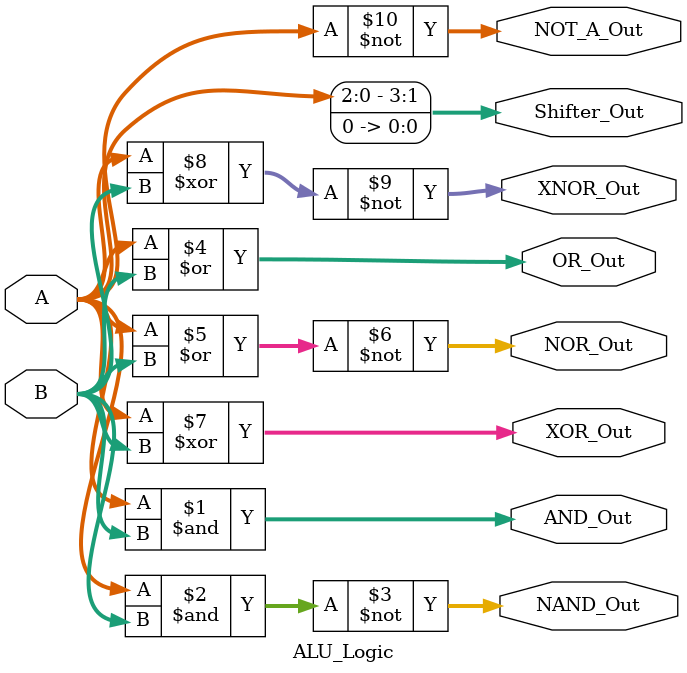
<source format=v>
module ALU_Logic(
    input [3:0] A,  // 4-bit input A
    input [3:0] B,  // 4-bit input B
    output [3:0] AND_Out, 
    output [3:0] NAND_Out, 
    output [3:0] OR_Out, 
    output [3:0] NOR_Out, 
    output [3:0] XOR_Out, 
    output [3:0] XNOR_Out,
    output [3:0] NOT_A_Out,
    output [3:0] Shifter_Out
);

    // Logic Operations
    assign AND_Out = A & B;        // AND
    assign NAND_Out = ~(A & B);    // NAND
    assign OR_Out = A | B;         // OR
    assign NOR_Out = ~(A | B);     // NOR
    assign XOR_Out = A ^ B;        // XOR
    assign XNOR_Out = ~(A ^ B);    // XNOR
    assign NOT_A_Out = ~A;         // NOT (of A)

    // 2x4-bit Shifter (Shift A by 1-bit)
    assign Shifter_Out = A << 1;   // Left shift A by 1 bit

endmodule

</source>
